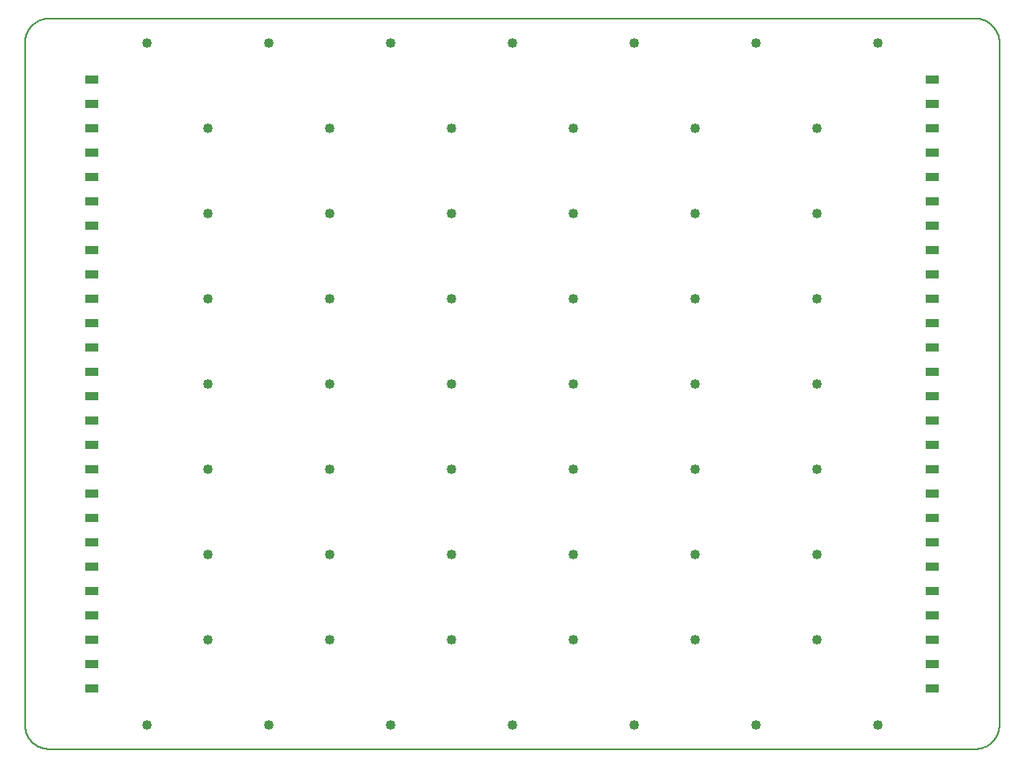
<source format=gbs>
G75*
%MOIN*%
%OFA0B0*%
%FSLAX25Y25*%
%IPPOS*%
%LPD*%
%AMOC8*
5,1,8,0,0,1.08239X$1,22.5*
%
%ADD10C,0.00500*%
%ADD11C,0.03981*%
%ADD12R,0.05800X0.03300*%
D10*
X0015000Y0005000D02*
X0395000Y0005000D01*
X0395242Y0005003D01*
X0395483Y0005012D01*
X0395724Y0005026D01*
X0395965Y0005047D01*
X0396205Y0005073D01*
X0396445Y0005105D01*
X0396684Y0005143D01*
X0396921Y0005186D01*
X0397158Y0005236D01*
X0397393Y0005291D01*
X0397627Y0005351D01*
X0397859Y0005418D01*
X0398090Y0005489D01*
X0398319Y0005567D01*
X0398546Y0005650D01*
X0398771Y0005738D01*
X0398994Y0005832D01*
X0399214Y0005931D01*
X0399432Y0006036D01*
X0399647Y0006145D01*
X0399860Y0006260D01*
X0400070Y0006380D01*
X0400276Y0006505D01*
X0400480Y0006635D01*
X0400681Y0006770D01*
X0400878Y0006910D01*
X0401072Y0007054D01*
X0401262Y0007203D01*
X0401448Y0007357D01*
X0401631Y0007515D01*
X0401810Y0007677D01*
X0401985Y0007844D01*
X0402156Y0008015D01*
X0402323Y0008190D01*
X0402485Y0008369D01*
X0402643Y0008552D01*
X0402797Y0008738D01*
X0402946Y0008928D01*
X0403090Y0009122D01*
X0403230Y0009319D01*
X0403365Y0009520D01*
X0403495Y0009724D01*
X0403620Y0009930D01*
X0403740Y0010140D01*
X0403855Y0010353D01*
X0403964Y0010568D01*
X0404069Y0010786D01*
X0404168Y0011006D01*
X0404262Y0011229D01*
X0404350Y0011454D01*
X0404433Y0011681D01*
X0404511Y0011910D01*
X0404582Y0012141D01*
X0404649Y0012373D01*
X0404709Y0012607D01*
X0404764Y0012842D01*
X0404814Y0013079D01*
X0404857Y0013316D01*
X0404895Y0013555D01*
X0404927Y0013795D01*
X0404953Y0014035D01*
X0404974Y0014276D01*
X0404988Y0014517D01*
X0404997Y0014758D01*
X0405000Y0015000D01*
X0405000Y0295000D01*
X0404997Y0295242D01*
X0404988Y0295483D01*
X0404974Y0295724D01*
X0404953Y0295965D01*
X0404927Y0296205D01*
X0404895Y0296445D01*
X0404857Y0296684D01*
X0404814Y0296921D01*
X0404764Y0297158D01*
X0404709Y0297393D01*
X0404649Y0297627D01*
X0404582Y0297859D01*
X0404511Y0298090D01*
X0404433Y0298319D01*
X0404350Y0298546D01*
X0404262Y0298771D01*
X0404168Y0298994D01*
X0404069Y0299214D01*
X0403964Y0299432D01*
X0403855Y0299647D01*
X0403740Y0299860D01*
X0403620Y0300070D01*
X0403495Y0300276D01*
X0403365Y0300480D01*
X0403230Y0300681D01*
X0403090Y0300878D01*
X0402946Y0301072D01*
X0402797Y0301262D01*
X0402643Y0301448D01*
X0402485Y0301631D01*
X0402323Y0301810D01*
X0402156Y0301985D01*
X0401985Y0302156D01*
X0401810Y0302323D01*
X0401631Y0302485D01*
X0401448Y0302643D01*
X0401262Y0302797D01*
X0401072Y0302946D01*
X0400878Y0303090D01*
X0400681Y0303230D01*
X0400480Y0303365D01*
X0400276Y0303495D01*
X0400070Y0303620D01*
X0399860Y0303740D01*
X0399647Y0303855D01*
X0399432Y0303964D01*
X0399214Y0304069D01*
X0398994Y0304168D01*
X0398771Y0304262D01*
X0398546Y0304350D01*
X0398319Y0304433D01*
X0398090Y0304511D01*
X0397859Y0304582D01*
X0397627Y0304649D01*
X0397393Y0304709D01*
X0397158Y0304764D01*
X0396921Y0304814D01*
X0396684Y0304857D01*
X0396445Y0304895D01*
X0396205Y0304927D01*
X0395965Y0304953D01*
X0395724Y0304974D01*
X0395483Y0304988D01*
X0395242Y0304997D01*
X0395000Y0305000D01*
X0015000Y0305000D01*
X0014758Y0304997D01*
X0014517Y0304988D01*
X0014276Y0304974D01*
X0014035Y0304953D01*
X0013795Y0304927D01*
X0013555Y0304895D01*
X0013316Y0304857D01*
X0013079Y0304814D01*
X0012842Y0304764D01*
X0012607Y0304709D01*
X0012373Y0304649D01*
X0012141Y0304582D01*
X0011910Y0304511D01*
X0011681Y0304433D01*
X0011454Y0304350D01*
X0011229Y0304262D01*
X0011006Y0304168D01*
X0010786Y0304069D01*
X0010568Y0303964D01*
X0010353Y0303855D01*
X0010140Y0303740D01*
X0009930Y0303620D01*
X0009724Y0303495D01*
X0009520Y0303365D01*
X0009319Y0303230D01*
X0009122Y0303090D01*
X0008928Y0302946D01*
X0008738Y0302797D01*
X0008552Y0302643D01*
X0008369Y0302485D01*
X0008190Y0302323D01*
X0008015Y0302156D01*
X0007844Y0301985D01*
X0007677Y0301810D01*
X0007515Y0301631D01*
X0007357Y0301448D01*
X0007203Y0301262D01*
X0007054Y0301072D01*
X0006910Y0300878D01*
X0006770Y0300681D01*
X0006635Y0300480D01*
X0006505Y0300276D01*
X0006380Y0300070D01*
X0006260Y0299860D01*
X0006145Y0299647D01*
X0006036Y0299432D01*
X0005931Y0299214D01*
X0005832Y0298994D01*
X0005738Y0298771D01*
X0005650Y0298546D01*
X0005567Y0298319D01*
X0005489Y0298090D01*
X0005418Y0297859D01*
X0005351Y0297627D01*
X0005291Y0297393D01*
X0005236Y0297158D01*
X0005186Y0296921D01*
X0005143Y0296684D01*
X0005105Y0296445D01*
X0005073Y0296205D01*
X0005047Y0295965D01*
X0005026Y0295724D01*
X0005012Y0295483D01*
X0005003Y0295242D01*
X0005000Y0295000D01*
X0005000Y0015000D01*
X0005003Y0014758D01*
X0005012Y0014517D01*
X0005026Y0014276D01*
X0005047Y0014035D01*
X0005073Y0013795D01*
X0005105Y0013555D01*
X0005143Y0013316D01*
X0005186Y0013079D01*
X0005236Y0012842D01*
X0005291Y0012607D01*
X0005351Y0012373D01*
X0005418Y0012141D01*
X0005489Y0011910D01*
X0005567Y0011681D01*
X0005650Y0011454D01*
X0005738Y0011229D01*
X0005832Y0011006D01*
X0005931Y0010786D01*
X0006036Y0010568D01*
X0006145Y0010353D01*
X0006260Y0010140D01*
X0006380Y0009930D01*
X0006505Y0009724D01*
X0006635Y0009520D01*
X0006770Y0009319D01*
X0006910Y0009122D01*
X0007054Y0008928D01*
X0007203Y0008738D01*
X0007357Y0008552D01*
X0007515Y0008369D01*
X0007677Y0008190D01*
X0007844Y0008015D01*
X0008015Y0007844D01*
X0008190Y0007677D01*
X0008369Y0007515D01*
X0008552Y0007357D01*
X0008738Y0007203D01*
X0008928Y0007054D01*
X0009122Y0006910D01*
X0009319Y0006770D01*
X0009520Y0006635D01*
X0009724Y0006505D01*
X0009930Y0006380D01*
X0010140Y0006260D01*
X0010353Y0006145D01*
X0010568Y0006036D01*
X0010786Y0005931D01*
X0011006Y0005832D01*
X0011229Y0005738D01*
X0011454Y0005650D01*
X0011681Y0005567D01*
X0011910Y0005489D01*
X0012141Y0005418D01*
X0012373Y0005351D01*
X0012607Y0005291D01*
X0012842Y0005236D01*
X0013079Y0005186D01*
X0013316Y0005143D01*
X0013555Y0005105D01*
X0013795Y0005073D01*
X0014035Y0005047D01*
X0014276Y0005026D01*
X0014517Y0005012D01*
X0014758Y0005003D01*
X0015000Y0005000D01*
D11*
X0055000Y0015000D03*
X0080000Y0050000D03*
X0080000Y0085000D03*
X0080000Y0120000D03*
X0080000Y0155000D03*
X0080000Y0190000D03*
X0080000Y0225000D03*
X0080000Y0260000D03*
X0055000Y0295000D03*
X0105000Y0295000D03*
X0130000Y0260000D03*
X0130000Y0225000D03*
X0130000Y0190000D03*
X0130000Y0155000D03*
X0130000Y0120000D03*
X0130000Y0085000D03*
X0130000Y0050000D03*
X0105000Y0015000D03*
X0155000Y0015000D03*
X0180000Y0050000D03*
X0180000Y0085000D03*
X0180000Y0120000D03*
X0180000Y0155000D03*
X0180000Y0190000D03*
X0180000Y0225000D03*
X0180000Y0260000D03*
X0155000Y0295000D03*
X0205000Y0295000D03*
X0230000Y0260000D03*
X0230000Y0225000D03*
X0230000Y0190000D03*
X0230000Y0155000D03*
X0230000Y0120000D03*
X0230000Y0085000D03*
X0230000Y0050000D03*
X0205000Y0015000D03*
X0255000Y0015000D03*
X0280000Y0050000D03*
X0280000Y0085000D03*
X0280000Y0120000D03*
X0280000Y0155000D03*
X0280000Y0190000D03*
X0280000Y0225000D03*
X0280000Y0260000D03*
X0255000Y0295000D03*
X0305000Y0295000D03*
X0330000Y0260000D03*
X0330000Y0225000D03*
X0330000Y0190000D03*
X0330000Y0155000D03*
X0330000Y0120000D03*
X0330000Y0085000D03*
X0330000Y0050000D03*
X0305000Y0015000D03*
X0355000Y0015000D03*
X0355000Y0295000D03*
D12*
X0377500Y0280000D03*
X0377500Y0270000D03*
X0377500Y0260000D03*
X0377500Y0250000D03*
X0377500Y0240000D03*
X0377500Y0230000D03*
X0377500Y0220000D03*
X0377500Y0210000D03*
X0377500Y0200000D03*
X0377500Y0190000D03*
X0377500Y0180000D03*
X0377500Y0170000D03*
X0377500Y0160000D03*
X0377500Y0150000D03*
X0377500Y0140000D03*
X0377500Y0130000D03*
X0377500Y0120000D03*
X0377500Y0110000D03*
X0377500Y0100000D03*
X0377500Y0090000D03*
X0377500Y0080000D03*
X0377500Y0070000D03*
X0377500Y0060000D03*
X0377500Y0050000D03*
X0377500Y0040000D03*
X0377500Y0030000D03*
X0032500Y0030000D03*
X0032500Y0040000D03*
X0032500Y0050000D03*
X0032500Y0060000D03*
X0032500Y0070000D03*
X0032500Y0080000D03*
X0032500Y0090000D03*
X0032500Y0100000D03*
X0032500Y0110000D03*
X0032500Y0120000D03*
X0032500Y0130000D03*
X0032500Y0140000D03*
X0032500Y0150000D03*
X0032500Y0160000D03*
X0032500Y0170000D03*
X0032500Y0180000D03*
X0032500Y0190000D03*
X0032500Y0200000D03*
X0032500Y0210000D03*
X0032500Y0220000D03*
X0032500Y0230000D03*
X0032500Y0240000D03*
X0032500Y0250000D03*
X0032500Y0260000D03*
X0032500Y0270000D03*
X0032500Y0280000D03*
M02*

</source>
